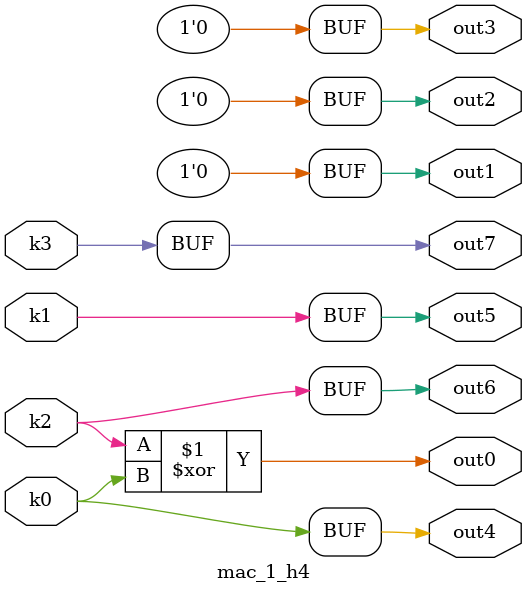
<source format=v>
module mac_1(pi0, pi1, pi2, pi3, pi4, pi5, pi6, pi7, po0, po1, po2, po3, po4, po5, po6, po7);
input pi0, pi1, pi2, pi3, pi4, pi5, pi6, pi7;
output po0, po1, po2, po3, po4, po5, po6, po7;
wire k0, k1, k2, k3;
mac_1_w4 DUT1 (pi0, pi1, pi2, pi3, pi4, pi5, pi6, pi7, k0, k1, k2, k3);
mac_1_h4 DUT2 (k0, k1, k2, k3, po0, po1, po2, po3, po4, po5, po6, po7);
endmodule

module mac_1_w4(in7, in6, in5, in4, in3, in2, in1, in0, k3, k2, k1, k0);
input in7, in6, in5, in4, in3, in2, in1, in0;
output k3, k2, k1, k0;
assign k0 =   in4;
assign k1 =   in5;
assign k2 =   in6;
assign k3 =   in7;
endmodule

module mac_1_h4(k3, k2, k1, k0, out7, out6, out5, out4, out3, out2, out1, out0);
input k3, k2, k1, k0;
output out7, out6, out5, out4, out3, out2, out1, out0;
assign out0 = k2 ^ k0;
assign out1 = 0;
assign out2 = 0;
assign out3 = 0;
assign out4 = k0;
assign out5 = k1;
assign out6 = k2;
assign out7 = k3;
endmodule

</source>
